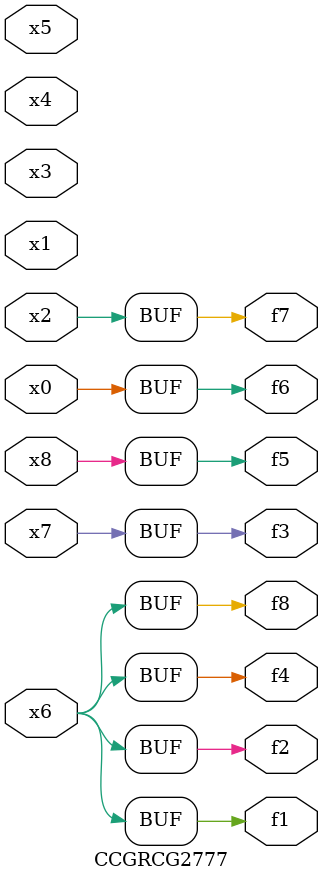
<source format=v>
module CCGRCG2777(
	input x0, x1, x2, x3, x4, x5, x6, x7, x8,
	output f1, f2, f3, f4, f5, f6, f7, f8
);
	assign f1 = x6;
	assign f2 = x6;
	assign f3 = x7;
	assign f4 = x6;
	assign f5 = x8;
	assign f6 = x0;
	assign f7 = x2;
	assign f8 = x6;
endmodule

</source>
